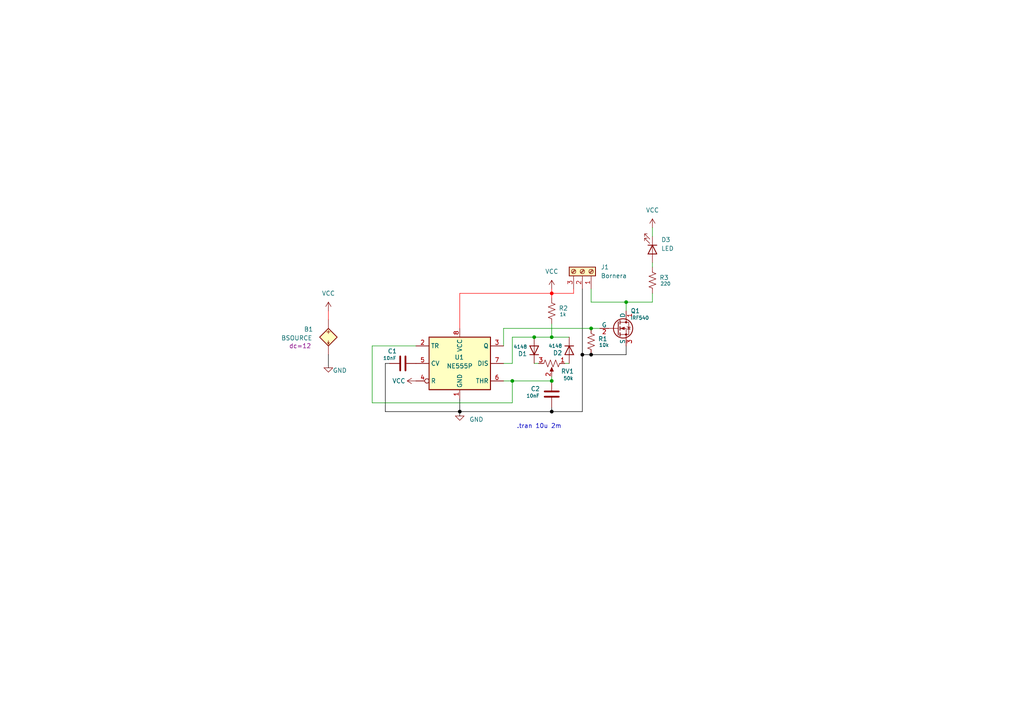
<source format=kicad_sch>
(kicad_sch (version 20231120) (generator "eeschema") (generator_version "8.0")
  (paper "A4")
  (lib_symbols
    (symbol "Connector:Screw_Terminal_01x03" (pin_names (offset 1.016) hide)
      (property "Reference" "J1" (at 2.032 1.27 0))
      (property "Value" "Bornera" (at 2.032 -1.27 0))
      (symbol "Screw_Terminal_01x03_1_1"
        (rectangle (start -1.27 3.81) (end 1.27 -3.81) (stroke (width 0.254)) (fill (type background)))
        (circle (center 0 -2.54) (radius 0.635) (stroke (width 0.1524)))
        (polyline (pts (xy -0.5334 -2.2098) (xy 0.3302 -3.048)) (stroke (width 0.1524)))
        (polyline (pts (xy -0.5334 0.3302) (xy 0.3302 -0.508)) (stroke (width 0.1524)))
        (polyline (pts (xy -0.5334 2.8702) (xy 0.3302 2.032)) (stroke (width 0.1524)))
        (polyline (pts (xy -0.3556 -2.032) (xy 0.508 -2.8702)) (stroke (width 0.1524)))
        (polyline (pts (xy -0.3556 0.508) (xy 0.508 -0.3302)) (stroke (width 0.1524)))
        (polyline (pts (xy -0.3556 3.048) (xy 0.508 2.2098)) (stroke (width 0.1524)))
        (circle (center 0 0) (radius 0.635) (stroke (width 0.1524)))
        (circle (center 0 2.54) (radius 0.635) (stroke (width 0.1524)))
        (pin passive line (at -5.08 -2.54 0) (length 3.81) (name "Pin_3") (number "1"))
        (pin passive line (at -5.08 0 0) (length 3.81) (name "Pin_2") (number "2"))
        (pin passive line (at -5.08 2.54 0) (length 3.81) (name "Pin_1") (number "3"))
      )
    )
    (symbol "Device:C" (pin_numbers hide) (pin_names (offset 0.254))
      (property "Reference" "C" (at 0.635 2.54 0))
      (property "Value" "C" (at 0.635 -2.54 0))
      (symbol "C_0_1"
        (polyline (pts (xy -2.032 -0.762) (xy 2.032 -0.762)) (stroke (width 0.508)))
        (polyline (pts (xy -2.032 0.762) (xy 2.032 0.762)) (stroke (width 0.508)))
      )
      (symbol "C_1_1"
        (pin passive line (at 0 3.81 270) (length 2.794) (name "~") (number "1"))
        (pin passive line (at 0 -3.81 90) (length 2.794) (name "~") (number "2"))
      )
    )
    (symbol "Device:D" (pin_numbers hide) (pin_names (offset 1.016) hide)
      (property "Reference" "D" (at 0 2.54 0))
      (property "Value" "D" (at 0 -2.54 0))
      (symbol "D_0_1"
        (polyline (pts (xy -1.27 1.27) (xy -1.27 -1.27)) (stroke (width 0.254)))
        (polyline (pts (xy 1.27 0) (xy -1.27 0)))
        (polyline (pts (xy 1.27 1.27) (xy 1.27 -1.27) (xy -1.27 0) (xy 1.27 1.27)) (stroke (width 0.254)))
      )
      (symbol "D_1_1"
        (pin passive line (at -3.81 0 0) (length 2.54) (name "K") (number "1"))
        (pin passive line (at 3.81 0 180) (length 2.54) (name "A") (number "2"))
      )
    )
    (symbol "Device:LED" (pin_numbers hide) (pin_names (offset 1.016) hide)
      (property "Reference" "D" (at 0 2.54 0))
      (property "Value" "LED" (at 0 -2.54 0))
      (symbol "LED_0_1"
        (polyline (pts (xy -1.27 -1.27) (xy -1.27 1.27)) (stroke (width 0.254)))
        (polyline (pts (xy -1.27 0) (xy 1.27 0)))
        (polyline (pts (xy 1.27 -1.27) (xy 1.27 1.27) (xy -1.27 0) (xy 1.27 -1.27)) (stroke (width 0.254)))
        (polyline (pts (xy -3.048 -0.762) (xy -4.572 -2.286) (xy -3.81 -2.286) (xy -4.572 -2.286) (xy -4.572 -1.524)))
        (polyline (pts (xy -1.778 -0.762) (xy -3.302 -2.286) (xy -2.54 -2.286) (xy -3.302 -2.286) (xy -3.302 -1.524)))
      )
      (symbol "LED_1_1"
        (pin passive line (at -3.81 0 0) (length 2.54) (name "K") (number "1"))
        (pin passive line (at 3.81 0 180) (length 2.54) (name "A") (number "2"))
      )
    )
    (symbol "Device:R_Potentiometer_US" (pin_names (offset 1.016) hide)
      (property "Reference" "RV" (at -4.445 0 90))
      (property "Value" "R_Potentiometer_US" (at -2.54 0 90))
      (symbol "R_Potentiometer_US_0_1"
        (polyline (pts (xy 0 -2.286) (xy 0 -2.54)))
        (polyline (pts (xy 0 2.54) (xy 0 2.286)))
        (polyline (pts (xy 2.54 0) (xy 1.524 0)))
        (polyline (pts (xy 1.143 0) (xy 2.286 0.508) (xy 2.286 -0.508) (xy 1.143 0)) (fill (type outline)))
        (polyline (pts (xy 0 -0.762) (xy 1.016 -1.143) (xy 0 -1.524) (xy -1.016 -1.905) (xy 0 -2.286)))
        (polyline (pts (xy 0 0.762) (xy 1.016 0.381) (xy 0 0) (xy -1.016 -0.381) (xy 0 -0.762)))
        (polyline (pts (xy 0 2.286) (xy 1.016 1.905) (xy 0 1.524) (xy -1.016 1.143) (xy 0 0.762)))
      )
      (symbol "R_Potentiometer_US_1_1"
        (pin passive line (at 0 3.81 270) (length 1.27) (name "1") (number "1"))
        (pin passive line (at 3.81 0 180) (length 1.27) (name "2") (number "2"))
        (pin passive line (at 0 -3.81 90) (length 1.27) (name "3") (number "3"))
      )
    )
    (symbol "Device:R_US" (pin_numbers hide) (pin_names (offset 0))
      (property "Reference" "R" (at 2.54 0 90))
      (property "Value" "R_US" (at -2.54 0 90))
      (symbol "R_US_0_1"
        (polyline (pts (xy 0 -2.286) (xy 0 -2.54)))
        (polyline (pts (xy 0 2.286) (xy 0 2.54)))
        (polyline (pts (xy 0 -0.762) (xy 1.016 -1.143) (xy 0 -1.524) (xy -1.016 -1.905) (xy 0 -2.286)))
        (polyline (pts (xy 0 0.762) (xy 1.016 0.381) (xy 0 0) (xy -1.016 -0.381) (xy 0 -0.762)))
        (polyline (pts (xy 0 2.286) (xy 1.016 1.905) (xy 0 1.524) (xy -1.016 1.143) (xy 0 0.762)))
      )
      (symbol "R_US_1_1"
        (pin passive line (at 0 3.81 270) (length 1.27) (name "~") (number "1"))
        (pin passive line (at 0 -3.81 90) (length 1.27) (name "~") (number "2"))
      )
    )
    (symbol "Simulation_SPICE:0" (power) (pin_names (offset 0))
      (property "Value" "0" (at 0 -1.778 0))
      (symbol "0_0_1"
        (polyline (pts (xy -1.27 0) (xy 0 -1.27) (xy 1.27 0) (xy -1.27 0)))
      )
      (symbol "0_1_1"
        (pin power_in line (at 0 0 0) (length 0) hide (name "0") (number "1"))
      )
    )
    (symbol "Simulation_SPICE:BSOURCE" (pin_numbers hide) (pin_names (offset 1.016) hide)
      (property "Reference" "B" (at 2.54 2.54 0))
      (property "Value" "BSOURCE" (at 2.54 0 0))
      (property "Sim.Params" "type=\"B\" model=\"v=1\"" (at 2.54 -2.54 0))
      (symbol "BSOURCE_0_1"
        (polyline (pts (xy 0 -1.016) (xy 0 -2.032)))
        (polyline (pts (xy 0.254 -1.524) (xy 0 -2.032) (xy -0.254 -1.524)))
        (polyline (pts (xy 0 2.54) (xy -2.54 0) (xy 0 -2.54) (xy 2.54 0) (xy 0 2.54)) (stroke (width 0.254)) (fill (type background)))
      )
      (symbol "BSOURCE_1_1"
        (polyline (pts (xy -0.508 1.524) (xy 0.508 1.524)))
        (polyline (pts (xy 0 1.016) (xy 0 2.032)))
        (pin passive line (at 0 5.08 270) (length 2.54) (name "N+") (number "1"))
        (pin passive line (at 0 -5.08 90) (length 2.54) (name "N-") (number "2"))
      )
    )
    (symbol "Simulation_SPICE:NMOS" (pin_names (offset 0))
      (property "Reference" "Q" (at 5.08 1.27 0))
      (property "Value" "NMOS" (at 5.08 -1.27 0))
      (symbol "NMOS_0_1"
        (polyline (pts (xy 0.254 0) (xy -2.54 0)))
        (polyline (pts (xy 0.254 1.905) (xy 0.254 -1.905)) (stroke (width 0.254)))
        (polyline (pts (xy 0.762 -1.27) (xy 0.762 -2.286)) (stroke (width 0.254)))
        (polyline (pts (xy 0.762 0.508) (xy 0.762 -0.508)) (stroke (width 0.254)))
        (polyline (pts (xy 0.762 2.286) (xy 0.762 1.27)) (stroke (width 0.254)))
        (polyline (pts (xy 2.54 2.54) (xy 2.54 1.778)))
        (polyline (pts (xy 2.54 -2.54) (xy 2.54 0) (xy 0.762 0)))
        (polyline (pts (xy 0.762 -1.778) (xy 3.302 -1.778) (xy 3.302 1.778) (xy 0.762 1.778)))
        (polyline (pts (xy 1.016 0) (xy 2.032 0.381) (xy 2.032 -0.381) (xy 1.016 0)) (fill (type outline)))
        (polyline (pts (xy 2.794 0.508) (xy 2.921 0.381) (xy 3.683 0.381) (xy 3.81 0.254)))
        (polyline (pts (xy 3.302 0.381) (xy 2.921 -0.254) (xy 3.683 -0.254) (xy 3.302 0.381)))
        (circle (center 1.651 0) (radius 2.794) (stroke (width 0.254)))
        (circle (center 2.54 -1.778) (radius 0.254) (fill (type outline)))
        (circle (center 2.54 1.778) (radius 0.254) (fill (type outline)))
      )
      (symbol "NMOS_1_1"
        (pin passive line (at 2.54 5.08 270) (length 2.54) (name "D") (number "1"))
        (pin input line (at -5.08 0 0) (length 2.54) (name "G") (number "2"))
        (pin passive line (at 2.54 -5.08 90) (length 2.54) (name "S") (number "3"))
      )
    )
    (symbol "Timer:NE555P"
      (property "Reference" "U" (at -10.16 8.89 0))
      (property "Value" "NE555P" (at 2.54 8.89 0))
      (symbol "NE555P_0_0"
        (pin power_in line (at 0 -10.16 90) (length 2.54) (name "GND") (number "1"))
        (pin power_in line (at 0 10.16 270) (length 2.54) (name "VCC") (number "8"))
      )
      (symbol "NE555P_0_1"
        (rectangle (start -8.89 -7.62) (end 8.89 7.62) (stroke (width 0.254)) (fill (type background)))
        (rectangle (start -8.89 -7.62) (end 8.89 7.62) (stroke (width 0.254)) (fill (type background)))
      )
      (symbol "NE555P_1_1"
        (pin input line (at -12.7 5.08 0) (length 3.81) (name "TR") (number "2"))
        (pin output line (at 12.7 5.08 180) (length 3.81) (name "Q") (number "3"))
        (pin input inverted (at -12.7 -5.08 0) (length 3.81) (name "R") (number "4"))
        (pin input line (at -12.7 0 0) (length 3.81) (name "CV") (number "5"))
        (pin input line (at 12.7 -5.08 180) (length 3.81) (name "THR") (number "6"))
        (pin input line (at 12.7 0 180) (length 3.81) (name "DIS") (number "7"))
      )
    )
    (symbol "power:VCC" (power) (pin_names (offset 0))
      (property "Value" "VCC" (at 0 3.81 0))
      (symbol "VCC_0_1"
        (polyline (pts (xy -0.762 1.27) (xy 0 2.54)))
        (polyline (pts (xy 0 0) (xy 0 2.54)))
        (polyline (pts (xy 0 2.54) (xy 0.762 1.27)))
      )
      (symbol "VCC_1_1"
        (pin power_in line (at 0 0 90) (length 0) hide (name "VCC") (number "1"))
      )
    )
  )
  (junction (at 160.02 110.49))
  (junction (at 171.45 95.25))
  (junction (at 171.45 102.87) (color 0 0 0 1))
  (junction (at 168.91 102.87) (color 0 0 0 1))
  (junction (at 181.61 87.63))
  (junction (at 148.59 110.49))
  (junction (at 160.02 97.79))
  (junction (at 160.02 119.38) (color 0 0 0 1))
  (junction (at 133.35 119.38) (color 0 0 0 1))
  (junction (at 154.94 97.79))
  (junction (at 160.02 85.09) (color 255 0 0 1))
  (wire (pts (xy 133.35 115.57) (xy 133.35 119.38)) (stroke (width 0) (color 0 0 0 1)))
  (wire (pts (xy 148.59 116.84) (xy 148.59 110.49)))
  (wire (pts (xy 160.02 93.98) (xy 160.02 97.79)))
  (wire (pts (xy 133.35 119.38) (xy 133.35 120.65)) (stroke (width 0) (color 0 0 0 1)))
  (wire (pts (xy 160.02 110.49) (xy 160.02 109.22)))
  (wire (pts (xy 154.94 105.41) (xy 156.21 105.41)))
  (wire (pts (xy 148.59 110.49) (xy 160.02 110.49)))
  (wire (pts (xy 171.45 102.87) (xy 181.61 102.87)) (stroke (width 0) (color 0 0 0 1)))
  (wire (pts (xy 160.02 85.09) (xy 160.02 86.36)) (stroke (width 0) (color 255 0 0 1)))
  (wire (pts (xy 133.35 119.38) (xy 160.02 119.38)) (stroke (width 0) (color 0 0 0 1)))
  (wire (pts (xy 181.61 87.63) (xy 171.45 87.63)))
  (wire (pts (xy 181.61 87.63) (xy 181.61 90.17)))
  (wire (pts (xy 133.35 119.38) (xy 111.76 119.38)) (stroke (width 0) (color 0 0 0 1)))
  (wire (pts (xy 160.02 119.38) (xy 160.02 118.11)) (stroke (width 0) (color 0 0 0 1)))
  (wire (pts (xy 133.35 85.09) (xy 133.35 95.25)) (stroke (width 0) (color 255 0 0 1)))
  (wire (pts (xy 146.05 100.33) (xy 146.05 95.25)))
  (wire (pts (xy 148.59 110.49) (xy 146.05 110.49)))
  (wire (pts (xy 160.02 85.09) (xy 166.37 85.09)) (stroke (width 0) (color 255 0 0 1)))
  (wire (pts (xy 154.94 97.79) (xy 160.02 97.79)))
  (wire (pts (xy 113.03 105.41) (xy 111.76 105.41)) (stroke (width 0) (color 0 0 0 1)))
  (wire (pts (xy 160.02 119.38) (xy 168.91 119.38)) (stroke (width 0) (color 0 0 0 1)))
  (wire (pts (xy 120.65 100.33) (xy 107.95 100.33)))
  (wire (pts (xy 189.23 76.2) (xy 189.23 77.47)))
  (wire (pts (xy 181.61 100.33) (xy 181.61 102.87)) (stroke (width 0) (color 0 0 0 1)))
  (wire (pts (xy 189.23 87.63) (xy 189.23 85.09)))
  (wire (pts (xy 148.59 97.79) (xy 154.94 97.79)))
  (wire (pts (xy 146.05 95.25) (xy 171.45 95.25)))
  (wire (pts (xy 148.59 97.79) (xy 148.59 105.41)))
  (wire (pts (xy 168.91 102.87) (xy 168.91 119.38)) (stroke (width 0) (color 0 0 0 1)))
  (wire (pts (xy 95.25 102.87) (xy 95.25 106.68)) (stroke (width 0) (color 0 0 0 1)))
  (wire (pts (xy 160.02 97.79) (xy 165.1 97.79)))
  (wire (pts (xy 95.25 90.17) (xy 95.25 92.71)) (stroke (width 0) (color 255 0 0 1)))
  (wire (pts (xy 171.45 95.25) (xy 173.99 95.25)))
  (wire (pts (xy 107.95 116.84) (xy 148.59 116.84)))
  (wire (pts (xy 133.35 85.09) (xy 160.02 85.09)) (stroke (width 0) (color 255 0 0 1)))
  (wire (pts (xy 171.45 87.63) (xy 171.45 83.82)))
  (wire (pts (xy 160.02 85.09) (xy 160.02 83.82)) (stroke (width 0) (color 255 0 0 1)))
  (wire (pts (xy 181.61 87.63) (xy 189.23 87.63)))
  (wire (pts (xy 168.91 102.87) (xy 171.45 102.87)) (stroke (width 0) (color 0 0 0 1)))
  (wire (pts (xy 163.83 105.41) (xy 165.1 105.41)))
  (wire (pts (xy 168.91 83.82) (xy 168.91 102.87)) (stroke (width 0) (color 0 0 0 1)))
  (wire (pts (xy 166.37 85.09) (xy 166.37 83.82)) (stroke (width 0) (color 255 0 0 1)))
  (wire (pts (xy 148.59 105.41) (xy 146.05 105.41)))
  (wire (pts (xy 189.23 66.04) (xy 189.23 68.58)))
  (wire (pts (xy 107.95 100.33) (xy 107.95 116.84)))
  (wire (pts (xy 111.76 105.41) (xy 111.76 119.38)) (stroke (width 0) (color 0 0 0 1)))
  (text ".tran 10u 2m" (at 149.86 124.46 0) (effects (font (size 1.27 1.27)) (justify left bottom)))
  (symbol (lib_id "Device:D") (at 165.1 101.6 270) (unit 1)
    (property "Reference" "D2" (at 163.068 102.362 90) (effects (justify right)))
    (property "Value" "4148" (at 163.068 100.33 90) (effects (font (size 1 1)) (justify right)))
    (property "Footprint" "Diode_THT:D_DO-34_SOD68_P7.62mm_Horizontal" (effects (hide yes)))
    (property "Sim.Library" "${KIPRJMOD}/pwm_driver_spice_simulation_models/1N4148.lib" (effects (hide yes)))
    (property "Sim.Name" "1N4148" (effects (hide yes)))
    (property "Sim.Device" "SUBCKT" (effects (hide yes)))
    (property "Sim.Pins" "1=1 2=2" (effects (hide yes)))
  )
  (symbol (lib_id "Simulation_SPICE:BSOURCE") (at 95.25 97.79 0) (unit 1) (on_board no)
    (property "Reference" "B1" (at 88.138 95.504 0) (effects (justify left)))
    (property "Value" "BSOURCE" (at 81.534 98.044 0) (effects (justify left)))
    (property "Datasheet" "https://ngspice.sourceforge.io/docs.html" (effects (hide yes)))
    (property "Sim.Device" "V" (effects (hide yes)))
    (property "Sim.Params" "dc=12" (at 83.82 100.33 0) (effects (justify left)))
    (property "Sim.Type" "DC" (effects (hide yes)))
    (property "Sim.Pins" "1=+ 2=-" (effects (hide yes)))
  )
  (symbol (lib_id "Device:C") (at 160.02 114.3 0) (unit 1)
    (property "Reference" "C2" (at 153.924 112.776 0) (effects (justify left)))
    (property "Value" "10nF" (at 152.654 114.808 0) (effects (font (size 1 1)) (justify left)))
    (property "Footprint" "Capacitor_THT:C_Disc_D4.3mm_W1.9mm_P5.00mm" (effects (hide yes)))
  )
  (symbol (lib_id "Device:LED") (at 189.23 72.39 270) (unit 1) (on_board no)
    (property "Reference" "D3" (at 191.77 69.5324 90) (effects (justify left)))
    (property "Value" "LED" (at 191.77 72.0724 90) (effects (justify left)))
    (property "Description" "Light emitting diode" (effects (hide yes)))
    (property "Sim.Device" "D" (effects (hide yes)))
    (property "Sim.Pins" "1=A 2=K" (effects (hide yes)))
  )
  (symbol (lib_id "Device:R_US") (at 171.45 99.06 0) (unit 1)
    (property "Reference" "R1" (at 173.482 98.298 0) (effects (justify left)))
    (property "Value" "10k" (at 173.736 100.076 0) (effects (font (size 1 1)) (justify left)))
    (property "Footprint" "Resistor_THT:R_Axial_DIN0207_L6.3mm_D2.5mm_P7.62mm_Horizontal" (effects (hide yes)))
  )
  (symbol (lib_id "Device:R_Potentiometer_US") (at 160.02 105.41 270) (unit 1)
    (property "Reference" "RV1" (at 164.592 107.696 90))
    (property "Value" "50k" (at 164.846 109.728 90) (effects (font (size 1 1))))
    (property "Footprint" "Potentiometer_THT:Potentiometer_Alps_RK163_Single_Horizontal" (effects (hide yes)))
    (property "Sim.Device" "R" (effects (hide yes)))
    (property "Sim.Pins" "1=r0 2=wiper 3=r1" (effects (hide yes)))
    (property "Sim.Type" "POT" (effects (hide yes)))
    (property "Sim.Params" "r=50k pos=0.75" (effects (hide yes)))
  )
  (symbol (lib_id "Device:D") (at 154.94 101.6 90) (unit 1)
    (property "Reference" "D1" (at 152.908 102.616 90) (effects (justify left)))
    (property "Value" "4148" (at 152.908 100.584 90) (effects (font (size 1 1)) (justify left)))
    (property "Footprint" "Diode_THT:D_DO-34_SOD68_P7.62mm_Horizontal" (effects (hide yes)))
    (property "Sim.Device" "SUBCKT" (effects (hide yes)))
    (property "Sim.Pins" "1=1 2=2" (effects (hide yes)))
    (property "Sim.Library" "${KIPRJMOD}/pwm_driver_spice_simulation_models/1N4148.lib" (effects (hide yes)))
    (property "Sim.Name" "1N4148" (effects (hide yes)))
  )
  (symbol (lib_id "Connector:Screw_Terminal_01x03") (at 168.91 78.74 90) (unit 1) (exclude_from_sim yes)
    (property "Reference" "J1" (at 174.244 77.47 90) (effects (justify right)))
    (property "Value" "Bornera" (at 174.244 80.01 90) (effects (justify right)))
    (property "Footprint" "TerminalBlock:TerminalBlock_Altech_AK300-3_P5.00mm" (effects (hide yes)))
  )
  (symbol (lib_id "Device:R_US") (at 160.02 90.17 0) (unit 1)
    (property "Reference" "R2" (at 162.052 89.408 0) (effects (justify left)))
    (property "Value" "1k" (at 162.306 91.186 0) (effects (font (size 1 1)) (justify left)))
    (property "Footprint" "Resistor_THT:R_Axial_DIN0207_L6.3mm_D2.5mm_P7.62mm_Horizontal" (effects (hide yes)))
  )
  (symbol (lib_id "Device:R_US") (at 189.23 81.28 0) (unit 1) (on_board no)
    (property "Reference" "R3" (at 191.262 80.518 0) (effects (justify left)))
    (property "Value" "220" (at 191.516 82.296 0) (effects (font (size 1 1)) (justify left)))
    (property "Footprint" "Resistor_THT:R_Axial_DIN0207_L6.3mm_D2.5mm_P7.62mm_Horizontal" (effects (hide yes)))
  )
  (symbol (lib_id "Timer:NE555P") (at 133.35 105.41 0) (unit 1)
    (property "Reference" "U1" (at 131.826 103.632 0) (effects (justify left)))
    (property "Value" "NE555P" (at 129.54 106.172 0) (effects (justify left)))
    (property "Footprint" "Package_DIP:DIP-8_W7.62mm" (effects (hide yes)))
    (property "Datasheet" "http://www.ti.com/lit/ds/symlink/ne555.pdf" (effects (hide yes)))
    (property "Sim.Library" "${KIPRJMOD}/pwm_driver_spice_simulation_models/555.lib" (effects (hide yes)))
    (property "Sim.Name" "555b" (effects (hide yes)))
    (property "Sim.Device" "SUBCKT" (effects (hide yes)))
    (property "Sim.Pins" "1=1 2=2 3=3 4=4 5=5 6=6 7=7 8=8" (effects (hide yes)))
  )
  (symbol (lib_id "power:VCC") (at 189.23 66.04 0) (unit 1) (on_board no)
    (property "Reference" "#PWR04" (effects (hide yes)))
    (property "Value" "VCC" (at 189.23 60.96 0))
  )
  (symbol (lib_id "Simulation_SPICE:NMOS") (at 179.07 95.25 0) (unit 1)
    (property "Reference" "Q1" (at 182.88 90.17 0) (effects (justify left)))
    (property "Value" "IRF540" (at 182.88 92.202 0) (effects (font (size 1 1)) (justify left)))
    (property "Footprint" "Package_TO_SOT_THT:TO-220-3_Vertical" (effects (hide yes)))
    (property "Datasheet" "https://ngspice.sourceforge.io/docs/ngspice-manual.pdf" (effects (hide yes)))
    (property "Sim.Device" "SUBCKT" (effects (hide yes)))
    (property "Sim.Pins" "1=1 2=2 3=3" (effects (hide yes)))
    (property "Sim.Library" "pwm_driver_spice_simulation_models/irf540.lib" (effects (hide yes)))
    (property "Sim.Name" "irf540" (effects (hide yes)))
  )
  (symbol (lib_id "Simulation_SPICE:0") (at 133.35 120.65 0) (unit 1)
    (property "Reference" "#GND02" (effects (hide yes)))
    (property "Value" "GND" (at 138.176 121.666 0))
  )
  (symbol (lib_id "power:VCC") (at 120.65 110.49 90) (unit 1)
    (property "Reference" "#PWR02" (effects (hide yes)))
    (property "Value" "VCC" (at 117.602 110.49 90) (effects (justify left)))
  )
  (symbol (lib_id "power:VCC") (at 95.25 90.17 0) (unit 1)
    (property "Reference" "#PWR01" (effects (hide yes)))
    (property "Value" "VCC" (at 95.25 85.09 0))
  )
  (symbol (lib_id "Device:C") (at 116.84 105.41 270) (unit 1)
    (property "Reference" "C1" (at 113.792 101.854 90))
    (property "Value" "10nF" (at 113.03 103.886 90) (effects (font (size 1 1))))
    (property "Footprint" "Capacitor_THT:C_Disc_D4.3mm_W1.9mm_P5.00mm" (effects (hide yes)))
  )
  (symbol (lib_id "Simulation_SPICE:0") (at 95.25 106.68 0) (unit 1)
    (property "Reference" "#GND01" (effects (hide yes)))
    (property "Value" "GND" (at 98.552 107.442 0))
  )
  (symbol (lib_id "power:VCC") (at 160.02 83.82 0) (unit 1)
    (property "Reference" "#PWR03" (effects (hide yes)))
    (property "Value" "VCC" (at 160.02 78.74 0))
  )
)
</source>
